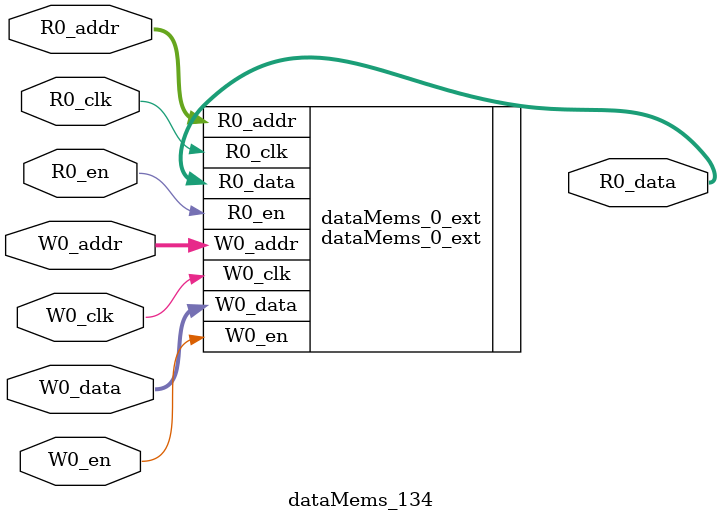
<source format=sv>
`ifndef RANDOMIZE
  `ifdef RANDOMIZE_REG_INIT
    `define RANDOMIZE
  `endif // RANDOMIZE_REG_INIT
`endif // not def RANDOMIZE
`ifndef RANDOMIZE
  `ifdef RANDOMIZE_MEM_INIT
    `define RANDOMIZE
  `endif // RANDOMIZE_MEM_INIT
`endif // not def RANDOMIZE

`ifndef RANDOM
  `define RANDOM $random
`endif // not def RANDOM

// Users can define 'PRINTF_COND' to add an extra gate to prints.
`ifndef PRINTF_COND_
  `ifdef PRINTF_COND
    `define PRINTF_COND_ (`PRINTF_COND)
  `else  // PRINTF_COND
    `define PRINTF_COND_ 1
  `endif // PRINTF_COND
`endif // not def PRINTF_COND_

// Users can define 'ASSERT_VERBOSE_COND' to add an extra gate to assert error printing.
`ifndef ASSERT_VERBOSE_COND_
  `ifdef ASSERT_VERBOSE_COND
    `define ASSERT_VERBOSE_COND_ (`ASSERT_VERBOSE_COND)
  `else  // ASSERT_VERBOSE_COND
    `define ASSERT_VERBOSE_COND_ 1
  `endif // ASSERT_VERBOSE_COND
`endif // not def ASSERT_VERBOSE_COND_

// Users can define 'STOP_COND' to add an extra gate to stop conditions.
`ifndef STOP_COND_
  `ifdef STOP_COND
    `define STOP_COND_ (`STOP_COND)
  `else  // STOP_COND
    `define STOP_COND_ 1
  `endif // STOP_COND
`endif // not def STOP_COND_

// Users can define INIT_RANDOM as general code that gets injected into the
// initializer block for modules with registers.
`ifndef INIT_RANDOM
  `define INIT_RANDOM
`endif // not def INIT_RANDOM

// If using random initialization, you can also define RANDOMIZE_DELAY to
// customize the delay used, otherwise 0.002 is used.
`ifndef RANDOMIZE_DELAY
  `define RANDOMIZE_DELAY 0.002
`endif // not def RANDOMIZE_DELAY

// Define INIT_RANDOM_PROLOG_ for use in our modules below.
`ifndef INIT_RANDOM_PROLOG_
  `ifdef RANDOMIZE
    `ifdef VERILATOR
      `define INIT_RANDOM_PROLOG_ `INIT_RANDOM
    `else  // VERILATOR
      `define INIT_RANDOM_PROLOG_ `INIT_RANDOM #`RANDOMIZE_DELAY begin end
    `endif // VERILATOR
  `else  // RANDOMIZE
    `define INIT_RANDOM_PROLOG_
  `endif // RANDOMIZE
`endif // not def INIT_RANDOM_PROLOG_

// Include register initializers in init blocks unless synthesis is set
`ifndef SYNTHESIS
  `ifndef ENABLE_INITIAL_REG_
    `define ENABLE_INITIAL_REG_
  `endif // not def ENABLE_INITIAL_REG_
`endif // not def SYNTHESIS

// Include rmemory initializers in init blocks unless synthesis is set
`ifndef SYNTHESIS
  `ifndef ENABLE_INITIAL_MEM_
    `define ENABLE_INITIAL_MEM_
  `endif // not def ENABLE_INITIAL_MEM_
`endif // not def SYNTHESIS

module dataMems_134(	// @[generators/ara/src/main/scala/UnsafeAXI4ToTL.scala:365:62]
  input  [4:0]  R0_addr,
  input         R0_en,
  input         R0_clk,
  output [66:0] R0_data,
  input  [4:0]  W0_addr,
  input         W0_en,
  input         W0_clk,
  input  [66:0] W0_data
);

  dataMems_0_ext dataMems_0_ext (	// @[generators/ara/src/main/scala/UnsafeAXI4ToTL.scala:365:62]
    .R0_addr (R0_addr),
    .R0_en   (R0_en),
    .R0_clk  (R0_clk),
    .R0_data (R0_data),
    .W0_addr (W0_addr),
    .W0_en   (W0_en),
    .W0_clk  (W0_clk),
    .W0_data (W0_data)
  );
endmodule


</source>
